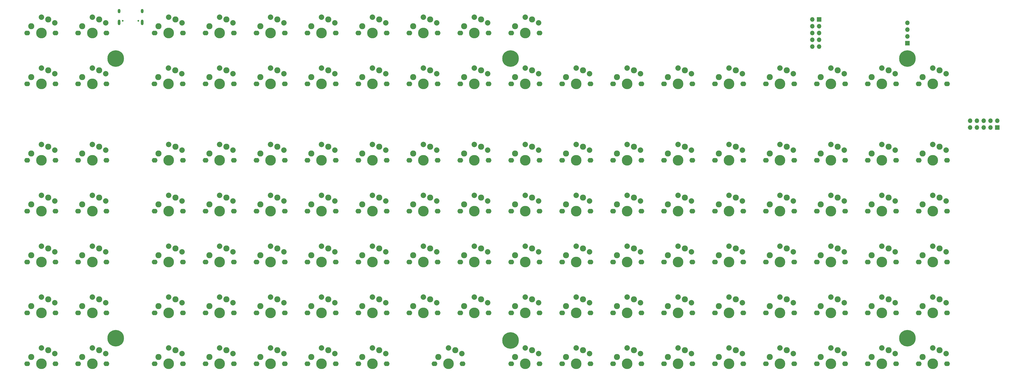
<source format=gbr>
%TF.GenerationSoftware,KiCad,Pcbnew,(6.0.0)*%
%TF.CreationDate,2022-04-29T20:19:50-04:00*%
%TF.ProjectId,TwoTailed,54776f54-6169-46c6-9564-2e6b69636164,rev?*%
%TF.SameCoordinates,Original*%
%TF.FileFunction,Soldermask,Top*%
%TF.FilePolarity,Negative*%
%FSLAX46Y46*%
G04 Gerber Fmt 4.6, Leading zero omitted, Abs format (unit mm)*
G04 Created by KiCad (PCBNEW (6.0.0)) date 2022-04-29 20:19:50*
%MOMM*%
%LPD*%
G01*
G04 APERTURE LIST*
%ADD10C,2.286000*%
%ADD11C,2.032000*%
%ADD12C,3.987800*%
%ADD13O,2.150000X1.750000*%
%ADD14C,6.200000*%
%ADD15R,1.700000X1.700000*%
%ADD16O,1.700000X1.700000*%
%ADD17O,1.000000X1.600000*%
%ADD18O,1.000000X2.100000*%
%ADD19C,0.650000*%
G04 APERTURE END LIST*
D10*
%TO.C,K22*%
X258921250Y-92710000D03*
D11*
X262731250Y-89350000D03*
D10*
X265271250Y-90170000D03*
D11*
X267731250Y-91450000D03*
D12*
X262731250Y-95250000D03*
D13*
X257448050Y-95250000D03*
X268014450Y-95250000D03*
%TD*%
D11*
%TO.C,K66*%
X62706250Y-156025000D03*
D10*
X58896250Y-159385000D03*
X65246250Y-156845000D03*
D11*
X67706250Y-158125000D03*
D13*
X57423050Y-161925000D03*
X67989450Y-161925000D03*
D12*
X62706250Y-161925000D03*
%TD*%
D10*
%TO.C,K116*%
X354171250Y-197485000D03*
D11*
X357981250Y-194125000D03*
X362981250Y-196225000D03*
D10*
X360521250Y-194945000D03*
D13*
X363264450Y-200025000D03*
D12*
X357981250Y-200025000D03*
D13*
X352698050Y-200025000D03*
%TD*%
D10*
%TO.C,K57*%
X239871250Y-140335000D03*
D11*
X243681250Y-136975000D03*
X248681250Y-139075000D03*
D10*
X246221250Y-137795000D03*
D13*
X238398050Y-142875000D03*
X248964450Y-142875000D03*
D12*
X243681250Y-142875000D03*
%TD*%
D10*
%TO.C,K87*%
X125571250Y-178435000D03*
D11*
X129381250Y-175075000D03*
X134381250Y-177175000D03*
D10*
X131921250Y-175895000D03*
D13*
X124098050Y-180975000D03*
X134664450Y-180975000D03*
D12*
X129381250Y-180975000D03*
%TD*%
D11*
%TO.C,K93*%
X243681250Y-175075000D03*
D10*
X239871250Y-178435000D03*
D11*
X248681250Y-177175000D03*
D10*
X246221250Y-175895000D03*
D13*
X248964450Y-180975000D03*
D12*
X243681250Y-180975000D03*
D13*
X238398050Y-180975000D03*
%TD*%
D11*
%TO.C,K10*%
X224631250Y-70300000D03*
D10*
X220821250Y-73660000D03*
X227171250Y-71120000D03*
D11*
X229631250Y-72400000D03*
D13*
X229914450Y-76200000D03*
X219348050Y-76200000D03*
D12*
X224631250Y-76200000D03*
%TD*%
D11*
%TO.C,K86*%
X110331250Y-175075000D03*
D10*
X106521250Y-178435000D03*
D11*
X115331250Y-177175000D03*
D10*
X112871250Y-175895000D03*
D13*
X105048050Y-180975000D03*
X115614450Y-180975000D03*
D12*
X110331250Y-180975000D03*
%TD*%
D11*
%TO.C,K13*%
X91186000Y-89350000D03*
D10*
X87376000Y-92710000D03*
D11*
X96186000Y-91450000D03*
D10*
X93726000Y-90170000D03*
D12*
X91186000Y-95250000D03*
D13*
X85902800Y-95250000D03*
X96469200Y-95250000D03*
%TD*%
D10*
%TO.C,K94*%
X258921250Y-178435000D03*
D11*
X262731250Y-175075000D03*
D10*
X265271250Y-175895000D03*
D11*
X267731250Y-177175000D03*
D13*
X268014450Y-180975000D03*
D12*
X262731250Y-180975000D03*
D13*
X257448050Y-180975000D03*
%TD*%
D11*
%TO.C,K110*%
X243681250Y-194125000D03*
D10*
X239871250Y-197485000D03*
X246221250Y-194945000D03*
D11*
X248681250Y-196225000D03*
D13*
X248964450Y-200025000D03*
D12*
X243681250Y-200025000D03*
D13*
X238398050Y-200025000D03*
%TD*%
D11*
%TO.C,K60*%
X300831250Y-136975000D03*
D10*
X297021250Y-140335000D03*
X303371250Y-137795000D03*
D11*
X305831250Y-139075000D03*
D13*
X295548050Y-142875000D03*
X306114450Y-142875000D03*
D12*
X300831250Y-142875000D03*
%TD*%
D10*
%TO.C,K65*%
X39846250Y-159385000D03*
D11*
X43656250Y-156025000D03*
D10*
X46196250Y-156845000D03*
D11*
X48656250Y-158125000D03*
D12*
X43656250Y-161925000D03*
D13*
X38373050Y-161925000D03*
X48939450Y-161925000D03*
%TD*%
D11*
%TO.C,K101*%
X43656250Y-194125000D03*
D10*
X39846250Y-197485000D03*
D11*
X48656250Y-196225000D03*
D10*
X46196250Y-194945000D03*
D13*
X38373050Y-200025000D03*
D12*
X43656250Y-200025000D03*
D13*
X48939450Y-200025000D03*
%TD*%
D10*
%TO.C,K100*%
X373221250Y-178435000D03*
D11*
X377031250Y-175075000D03*
D10*
X379571250Y-175895000D03*
D11*
X382031250Y-177175000D03*
D13*
X382314450Y-180975000D03*
X371748050Y-180975000D03*
D12*
X377031250Y-180975000D03*
%TD*%
D10*
%TO.C,K88*%
X144621250Y-178435000D03*
D11*
X148431250Y-175075000D03*
D10*
X150971250Y-175895000D03*
D11*
X153431250Y-177175000D03*
D13*
X143148050Y-180975000D03*
D12*
X148431250Y-180975000D03*
D13*
X153714450Y-180975000D03*
%TD*%
D10*
%TO.C,K1*%
X39846250Y-73660000D03*
D11*
X43656250Y-70300000D03*
D10*
X46196250Y-71120000D03*
D11*
X48656250Y-72400000D03*
D13*
X38373050Y-76200000D03*
D12*
X43656250Y-76200000D03*
D13*
X48939450Y-76200000D03*
%TD*%
D11*
%TO.C,K111*%
X262731250Y-194125000D03*
D10*
X258921250Y-197485000D03*
X265271250Y-194945000D03*
D11*
X267731250Y-196225000D03*
D13*
X268014450Y-200025000D03*
D12*
X262731250Y-200025000D03*
D13*
X257448050Y-200025000D03*
%TD*%
D10*
%TO.C,K48*%
X58896250Y-140335000D03*
D11*
X62706250Y-136975000D03*
X67706250Y-139075000D03*
D10*
X65246250Y-137795000D03*
D13*
X67989450Y-142875000D03*
D12*
X62706250Y-142875000D03*
D13*
X57423050Y-142875000D03*
%TD*%
D11*
%TO.C,K59*%
X281781250Y-136975000D03*
D10*
X277971250Y-140335000D03*
X284321250Y-137795000D03*
D11*
X286781250Y-139075000D03*
D12*
X281781250Y-142875000D03*
D13*
X276498050Y-142875000D03*
X287064450Y-142875000D03*
%TD*%
D11*
%TO.C,K79*%
X319881250Y-156025000D03*
D10*
X316071250Y-159385000D03*
D11*
X324881250Y-158125000D03*
D10*
X322421250Y-156845000D03*
D13*
X325164450Y-161925000D03*
D12*
X319881250Y-161925000D03*
D13*
X314598050Y-161925000D03*
%TD*%
D10*
%TO.C,K39*%
X239871250Y-121285000D03*
D11*
X243681250Y-117925000D03*
X248681250Y-120025000D03*
D10*
X246221250Y-118745000D03*
D13*
X238398050Y-123825000D03*
D12*
X243681250Y-123825000D03*
D13*
X248964450Y-123825000D03*
%TD*%
D10*
%TO.C,K102*%
X58896250Y-197485000D03*
D11*
X62706250Y-194125000D03*
D10*
X65246250Y-194945000D03*
D11*
X67706250Y-196225000D03*
D12*
X62706250Y-200025000D03*
D13*
X57423050Y-200025000D03*
X67989450Y-200025000D03*
%TD*%
D11*
%TO.C,K64*%
X377031250Y-136975000D03*
D10*
X373221250Y-140335000D03*
X379571250Y-137795000D03*
D11*
X382031250Y-139075000D03*
D13*
X371748050Y-142875000D03*
X382314450Y-142875000D03*
D12*
X377031250Y-142875000D03*
%TD*%
D10*
%TO.C,K56*%
X220821250Y-140335000D03*
D11*
X224631250Y-136975000D03*
X229631250Y-139075000D03*
D10*
X227171250Y-137795000D03*
D12*
X224631250Y-142875000D03*
D13*
X229914450Y-142875000D03*
X219348050Y-142875000D03*
%TD*%
D11*
%TO.C,K55*%
X205581250Y-136975000D03*
D10*
X201771250Y-140335000D03*
D11*
X210581250Y-139075000D03*
D10*
X208121250Y-137795000D03*
D12*
X205581250Y-142875000D03*
D13*
X210864450Y-142875000D03*
X200298050Y-142875000D03*
%TD*%
D10*
%TO.C,K98*%
X335121250Y-178435000D03*
D11*
X338931250Y-175075000D03*
D10*
X341471250Y-175895000D03*
D11*
X343931250Y-177175000D03*
D13*
X333648050Y-180975000D03*
X344214450Y-180975000D03*
D12*
X338931250Y-180975000D03*
%TD*%
D10*
%TO.C,K58*%
X258921250Y-140335000D03*
D11*
X262731250Y-136975000D03*
D10*
X265271250Y-137795000D03*
D11*
X267731250Y-139075000D03*
D13*
X257448050Y-142875000D03*
D12*
X262731250Y-142875000D03*
D13*
X268014450Y-142875000D03*
%TD*%
D11*
%TO.C,K95*%
X281781250Y-175075000D03*
D10*
X277971250Y-178435000D03*
D11*
X286781250Y-177175000D03*
D10*
X284321250Y-175895000D03*
D12*
X281781250Y-180975000D03*
D13*
X287064450Y-180975000D03*
X276498050Y-180975000D03*
%TD*%
D10*
%TO.C,K49*%
X87471250Y-140335000D03*
D11*
X91281250Y-136975000D03*
X96281250Y-139075000D03*
D10*
X93821250Y-137795000D03*
D13*
X96564450Y-142875000D03*
D12*
X91281250Y-142875000D03*
D13*
X85998050Y-142875000D03*
%TD*%
D11*
%TO.C,K106*%
X148431250Y-194125000D03*
D10*
X144621250Y-197485000D03*
D11*
X153431250Y-196225000D03*
D10*
X150971250Y-194945000D03*
D13*
X143148050Y-200025000D03*
D12*
X148431250Y-200025000D03*
D13*
X153714450Y-200025000D03*
%TD*%
D11*
%TO.C,K103*%
X91281250Y-194125000D03*
D10*
X87471250Y-197485000D03*
D11*
X96281250Y-196225000D03*
D10*
X93821250Y-194945000D03*
D13*
X85998050Y-200025000D03*
D12*
X91281250Y-200025000D03*
D13*
X96564450Y-200025000D03*
%TD*%
D11*
%TO.C,K90*%
X186531250Y-175075000D03*
D10*
X182721250Y-178435000D03*
D11*
X191531250Y-177175000D03*
D10*
X189071250Y-175895000D03*
D12*
X186531250Y-180975000D03*
D13*
X181248050Y-180975000D03*
X191814450Y-180975000D03*
%TD*%
D10*
%TO.C,K105*%
X125571250Y-197485000D03*
D11*
X129381250Y-194125000D03*
X134381250Y-196225000D03*
D10*
X131921250Y-194945000D03*
D13*
X134664450Y-200025000D03*
X124098050Y-200025000D03*
D12*
X129381250Y-200025000D03*
%TD*%
D10*
%TO.C,K68*%
X106521250Y-159385000D03*
D11*
X110331250Y-156025000D03*
D10*
X112871250Y-156845000D03*
D11*
X115331250Y-158125000D03*
D13*
X115614450Y-161925000D03*
D12*
X110331250Y-161925000D03*
D13*
X105048050Y-161925000D03*
%TD*%
D10*
%TO.C,K73*%
X201771250Y-159385000D03*
D11*
X205581250Y-156025000D03*
X210581250Y-158125000D03*
D10*
X208121250Y-156845000D03*
D12*
X205581250Y-161925000D03*
D13*
X210864450Y-161925000D03*
X200298050Y-161925000D03*
%TD*%
D10*
%TO.C,K45*%
X354171250Y-121285000D03*
D11*
X357981250Y-117925000D03*
D10*
X360521250Y-118745000D03*
D11*
X362981250Y-120025000D03*
D13*
X363264450Y-123825000D03*
D12*
X357981250Y-123825000D03*
D13*
X352698050Y-123825000D03*
%TD*%
D10*
%TO.C,K17*%
X163671250Y-92710000D03*
D11*
X167481250Y-89350000D03*
X172481250Y-91450000D03*
D10*
X170021250Y-90170000D03*
D13*
X172764450Y-95250000D03*
D12*
X167481250Y-95250000D03*
D13*
X162198050Y-95250000D03*
%TD*%
D11*
%TO.C,K33*%
X129381250Y-117925000D03*
D10*
X125571250Y-121285000D03*
D11*
X134381250Y-120025000D03*
D10*
X131921250Y-118745000D03*
D13*
X134664450Y-123825000D03*
X124098050Y-123825000D03*
D12*
X129381250Y-123825000D03*
%TD*%
D11*
%TO.C,K15*%
X129381250Y-89350000D03*
D10*
X125571250Y-92710000D03*
D11*
X134381250Y-91450000D03*
D10*
X131921250Y-90170000D03*
D12*
X129381250Y-95250000D03*
D13*
X134664450Y-95250000D03*
X124098050Y-95250000D03*
%TD*%
D11*
%TO.C,K91*%
X205581250Y-175075000D03*
D10*
X201771250Y-178435000D03*
X208121250Y-175895000D03*
D11*
X210581250Y-177175000D03*
D13*
X210864450Y-180975000D03*
D12*
X205581250Y-180975000D03*
D13*
X200298050Y-180975000D03*
%TD*%
D11*
%TO.C,K74*%
X224631250Y-156025000D03*
D10*
X220821250Y-159385000D03*
D11*
X229631250Y-158125000D03*
D10*
X227171250Y-156845000D03*
D12*
X224631250Y-161925000D03*
D13*
X229914450Y-161925000D03*
X219348050Y-161925000D03*
%TD*%
D10*
%TO.C,K21*%
X239871250Y-92710000D03*
D11*
X243681250Y-89350000D03*
X248681250Y-91450000D03*
D10*
X246221250Y-90170000D03*
D13*
X238398050Y-95250000D03*
X248964450Y-95250000D03*
D12*
X243681250Y-95250000D03*
%TD*%
D10*
%TO.C,K117*%
X373221250Y-197485000D03*
D11*
X377031250Y-194125000D03*
X382031250Y-196225000D03*
D10*
X379571250Y-194945000D03*
D12*
X377031250Y-200025000D03*
D13*
X371748050Y-200025000D03*
X382314450Y-200025000D03*
%TD*%
D10*
%TO.C,K8*%
X182721250Y-73660000D03*
D11*
X186531250Y-70300000D03*
X191531250Y-72400000D03*
D10*
X189071250Y-71120000D03*
D12*
X186531250Y-76200000D03*
D13*
X191814450Y-76200000D03*
X181248050Y-76200000D03*
%TD*%
D10*
%TO.C,K80*%
X335121250Y-159385000D03*
D11*
X338931250Y-156025000D03*
D10*
X341471250Y-156845000D03*
D11*
X343931250Y-158125000D03*
D13*
X344214450Y-161925000D03*
D12*
X338931250Y-161925000D03*
D13*
X333648050Y-161925000D03*
%TD*%
D10*
%TO.C,K16*%
X144621250Y-92710000D03*
D11*
X148431250Y-89350000D03*
X153431250Y-91450000D03*
D10*
X150971250Y-90170000D03*
D13*
X143148050Y-95250000D03*
D12*
X148431250Y-95250000D03*
D13*
X153714450Y-95250000D03*
%TD*%
D10*
%TO.C,K2*%
X58896250Y-73660000D03*
D11*
X62706250Y-70300000D03*
D10*
X65246250Y-71120000D03*
D11*
X67706250Y-72400000D03*
D13*
X57423050Y-76200000D03*
X67989450Y-76200000D03*
D12*
X62706250Y-76200000D03*
%TD*%
D10*
%TO.C,K40*%
X258921250Y-121285000D03*
D11*
X262731250Y-117925000D03*
X267731250Y-120025000D03*
D10*
X265271250Y-118745000D03*
D13*
X257448050Y-123825000D03*
X268014450Y-123825000D03*
D12*
X262731250Y-123825000D03*
%TD*%
D10*
%TO.C,K76*%
X258921250Y-159385000D03*
D11*
X262731250Y-156025000D03*
D10*
X265271250Y-156845000D03*
D11*
X267731250Y-158125000D03*
D12*
X262731250Y-161925000D03*
D13*
X257448050Y-161925000D03*
X268014450Y-161925000D03*
%TD*%
D10*
%TO.C,K104*%
X106521250Y-197485000D03*
D11*
X110331250Y-194125000D03*
D10*
X112871250Y-194945000D03*
D11*
X115331250Y-196225000D03*
D13*
X105048050Y-200025000D03*
X115614450Y-200025000D03*
D12*
X110331250Y-200025000D03*
%TD*%
D10*
%TO.C,K114*%
X316071250Y-197485000D03*
D11*
X319881250Y-194125000D03*
D10*
X322421250Y-194945000D03*
D11*
X324881250Y-196225000D03*
D13*
X325164450Y-200025000D03*
X314598050Y-200025000D03*
D12*
X319881250Y-200025000D03*
%TD*%
D11*
%TO.C,K42*%
X300831250Y-117925000D03*
D10*
X297021250Y-121285000D03*
D11*
X305831250Y-120025000D03*
D10*
X303371250Y-118745000D03*
D13*
X295548050Y-123825000D03*
X306114450Y-123825000D03*
D12*
X300831250Y-123825000D03*
%TD*%
D11*
%TO.C,K63*%
X357981250Y-136975000D03*
D10*
X354171250Y-140335000D03*
D11*
X362981250Y-139075000D03*
D10*
X360521250Y-137795000D03*
D13*
X363264450Y-142875000D03*
X352698050Y-142875000D03*
D12*
X357981250Y-142875000D03*
%TD*%
D11*
%TO.C,K32*%
X110331250Y-117925000D03*
D10*
X106521250Y-121285000D03*
D11*
X115331250Y-120025000D03*
D10*
X112871250Y-118745000D03*
D13*
X115614450Y-123825000D03*
X105048050Y-123825000D03*
D12*
X110331250Y-123825000D03*
%TD*%
D11*
%TO.C,K61*%
X319881250Y-136975000D03*
D10*
X316071250Y-140335000D03*
D11*
X324881250Y-139075000D03*
D10*
X322421250Y-137795000D03*
D12*
X319881250Y-142875000D03*
D13*
X314598050Y-142875000D03*
X325164450Y-142875000D03*
%TD*%
D10*
%TO.C,K72*%
X182721250Y-159385000D03*
D11*
X186531250Y-156025000D03*
D10*
X189071250Y-156845000D03*
D11*
X191531250Y-158125000D03*
D12*
X186531250Y-161925000D03*
D13*
X181248050Y-161925000D03*
X191814450Y-161925000D03*
%TD*%
D11*
%TO.C,K75*%
X243681250Y-156025000D03*
D10*
X239871250Y-159385000D03*
D11*
X248681250Y-158125000D03*
D10*
X246221250Y-156845000D03*
D13*
X238398050Y-161925000D03*
D12*
X243681250Y-161925000D03*
D13*
X248964450Y-161925000D03*
%TD*%
D10*
%TO.C,K107*%
X163671250Y-197485000D03*
D11*
X167481250Y-194125000D03*
D10*
X170021250Y-194945000D03*
D11*
X172481250Y-196225000D03*
D12*
X167481250Y-200025000D03*
D13*
X162198050Y-200025000D03*
X172764450Y-200025000D03*
%TD*%
D10*
%TO.C,K38*%
X220821250Y-121285000D03*
D11*
X224631250Y-117925000D03*
D10*
X227171250Y-118745000D03*
D11*
X229631250Y-120025000D03*
D12*
X224631250Y-123825000D03*
D13*
X229914450Y-123825000D03*
X219348050Y-123825000D03*
%TD*%
D11*
%TO.C,K77*%
X281781250Y-156025000D03*
D10*
X277971250Y-159385000D03*
X284321250Y-156845000D03*
D11*
X286781250Y-158125000D03*
D13*
X287064450Y-161925000D03*
X276498050Y-161925000D03*
D12*
X281781250Y-161925000D03*
%TD*%
D10*
%TO.C,K51*%
X125571250Y-140335000D03*
D11*
X129381250Y-136975000D03*
D10*
X131921250Y-137795000D03*
D11*
X134381250Y-139075000D03*
D12*
X129381250Y-142875000D03*
D13*
X124098050Y-142875000D03*
X134664450Y-142875000D03*
%TD*%
D11*
%TO.C,K30*%
X62706250Y-117925000D03*
D10*
X58896250Y-121285000D03*
X65246250Y-118745000D03*
D11*
X67706250Y-120025000D03*
D13*
X67989450Y-123825000D03*
X57423050Y-123825000D03*
D12*
X62706250Y-123825000D03*
%TD*%
D11*
%TO.C,K70*%
X148431250Y-156025000D03*
D10*
X144621250Y-159385000D03*
D11*
X153431250Y-158125000D03*
D10*
X150971250Y-156845000D03*
D12*
X148431250Y-161925000D03*
D13*
X143148050Y-161925000D03*
X153714450Y-161925000D03*
%TD*%
D11*
%TO.C,K7*%
X167481250Y-70300000D03*
D10*
X163671250Y-73660000D03*
D11*
X172481250Y-72400000D03*
D10*
X170021250Y-71120000D03*
D13*
X162198050Y-76200000D03*
X172764450Y-76200000D03*
D12*
X167481250Y-76200000D03*
%TD*%
D10*
%TO.C,K78*%
X297021250Y-159385000D03*
D11*
X300831250Y-156025000D03*
X305831250Y-158125000D03*
D10*
X303371250Y-156845000D03*
D12*
X300831250Y-161925000D03*
D13*
X295548050Y-161925000D03*
X306114450Y-161925000D03*
%TD*%
D10*
%TO.C,K85*%
X87471250Y-178435000D03*
D11*
X91281250Y-175075000D03*
D10*
X93821250Y-175895000D03*
D11*
X96281250Y-177175000D03*
D13*
X85998050Y-180975000D03*
D12*
X91281250Y-180975000D03*
D13*
X96564450Y-180975000D03*
%TD*%
D10*
%TO.C,K14*%
X106521250Y-92710000D03*
D11*
X110331250Y-89350000D03*
D10*
X112871250Y-90170000D03*
D11*
X115331250Y-91450000D03*
D13*
X115614450Y-95250000D03*
D12*
X110331250Y-95250000D03*
D13*
X105048050Y-95250000D03*
%TD*%
D11*
%TO.C,K11*%
X43656250Y-89350000D03*
D10*
X39846250Y-92710000D03*
D11*
X48656250Y-91450000D03*
D10*
X46196250Y-90170000D03*
D13*
X38373050Y-95250000D03*
D12*
X43656250Y-95250000D03*
D13*
X48939450Y-95250000D03*
%TD*%
D11*
%TO.C,K28*%
X377031250Y-89350000D03*
D10*
X373221250Y-92710000D03*
D11*
X382031250Y-91450000D03*
D10*
X379571250Y-90170000D03*
D13*
X382314450Y-95250000D03*
X371748050Y-95250000D03*
D12*
X377031250Y-95250000D03*
%TD*%
D11*
%TO.C,K92*%
X224631250Y-175075000D03*
D10*
X220821250Y-178435000D03*
X227171250Y-175895000D03*
D11*
X229631250Y-177175000D03*
D13*
X219348050Y-180975000D03*
D12*
X224631250Y-180975000D03*
D13*
X229914450Y-180975000D03*
%TD*%
D10*
%TO.C,K52*%
X144621250Y-140335000D03*
D11*
X148431250Y-136975000D03*
D10*
X150971250Y-137795000D03*
D11*
X153431250Y-139075000D03*
D12*
X148431250Y-142875000D03*
D13*
X153714450Y-142875000D03*
X143148050Y-142875000D03*
%TD*%
D10*
%TO.C,K89*%
X163671250Y-178435000D03*
D11*
X167481250Y-175075000D03*
D10*
X170021250Y-175895000D03*
D11*
X172481250Y-177175000D03*
D12*
X167481250Y-180975000D03*
D13*
X172764450Y-180975000D03*
X162198050Y-180975000D03*
%TD*%
D11*
%TO.C,K108*%
X195897500Y-194125000D03*
D10*
X192087500Y-197485000D03*
D11*
X200897500Y-196225000D03*
D10*
X198437500Y-194945000D03*
D12*
X195897500Y-200025000D03*
D13*
X201180700Y-200025000D03*
X190614300Y-200025000D03*
%TD*%
D10*
%TO.C,K81*%
X354171250Y-159385000D03*
D11*
X357981250Y-156025000D03*
X362981250Y-158125000D03*
D10*
X360521250Y-156845000D03*
D13*
X363264450Y-161925000D03*
X352698050Y-161925000D03*
D12*
X357981250Y-161925000D03*
%TD*%
D11*
%TO.C,K27*%
X357981250Y-89350000D03*
D10*
X354171250Y-92710000D03*
D11*
X362981250Y-91450000D03*
D10*
X360521250Y-90170000D03*
D13*
X352698050Y-95250000D03*
X363264450Y-95250000D03*
D12*
X357981250Y-95250000D03*
%TD*%
D11*
%TO.C,K25*%
X319881250Y-89350000D03*
D10*
X316071250Y-92710000D03*
X322421250Y-90170000D03*
D11*
X324881250Y-91450000D03*
D13*
X314598050Y-95250000D03*
D12*
X319881250Y-95250000D03*
D13*
X325164450Y-95250000D03*
%TD*%
D10*
%TO.C,K112*%
X277971550Y-197485000D03*
D11*
X281781550Y-194125000D03*
D10*
X284321550Y-194945000D03*
D11*
X286781550Y-196225000D03*
D13*
X276498350Y-200025000D03*
D12*
X281781550Y-200025000D03*
D13*
X287064750Y-200025000D03*
%TD*%
D11*
%TO.C,K47*%
X43656250Y-136975000D03*
D10*
X39846250Y-140335000D03*
X46196250Y-137795000D03*
D11*
X48656250Y-139075000D03*
D13*
X38373050Y-142875000D03*
D12*
X43656250Y-142875000D03*
D13*
X48939450Y-142875000D03*
%TD*%
D10*
%TO.C,K83*%
X39846250Y-178435000D03*
D11*
X43656250Y-175075000D03*
D10*
X46196250Y-175895000D03*
D11*
X48656250Y-177175000D03*
D12*
X43656250Y-180975000D03*
D13*
X48939450Y-180975000D03*
X38373050Y-180975000D03*
%TD*%
D11*
%TO.C,K99*%
X357981250Y-175075000D03*
D10*
X354171250Y-178435000D03*
D11*
X362981250Y-177175000D03*
D10*
X360521250Y-175895000D03*
D13*
X363264450Y-180975000D03*
X352698050Y-180975000D03*
D12*
X357981250Y-180975000D03*
%TD*%
D10*
%TO.C,K37*%
X201771250Y-121285000D03*
D11*
X205581250Y-117925000D03*
X210581250Y-120025000D03*
D10*
X208121250Y-118745000D03*
D13*
X200298050Y-123825000D03*
X210864450Y-123825000D03*
D12*
X205581250Y-123825000D03*
%TD*%
D10*
%TO.C,K29*%
X39846250Y-121285000D03*
D11*
X43656250Y-117925000D03*
D10*
X46196250Y-118745000D03*
D11*
X48656250Y-120025000D03*
D12*
X43656250Y-123825000D03*
D13*
X48939450Y-123825000D03*
X38373050Y-123825000D03*
%TD*%
D11*
%TO.C,K20*%
X224631250Y-89350000D03*
D10*
X220821250Y-92710000D03*
X227171250Y-90170000D03*
D11*
X229631250Y-91450000D03*
D13*
X229914450Y-95250000D03*
D12*
X224631250Y-95250000D03*
D13*
X219348050Y-95250000D03*
%TD*%
D10*
%TO.C,K62*%
X335121250Y-140335000D03*
D11*
X338931250Y-136975000D03*
D10*
X341471250Y-137795000D03*
D11*
X343931250Y-139075000D03*
D13*
X344214450Y-142875000D03*
X333648050Y-142875000D03*
D12*
X338931250Y-142875000D03*
%TD*%
D11*
%TO.C,K96*%
X300831250Y-175075000D03*
D10*
X297021250Y-178435000D03*
X303371250Y-175895000D03*
D11*
X305831250Y-177175000D03*
D13*
X306114450Y-180975000D03*
D12*
X300831250Y-180975000D03*
D13*
X295548050Y-180975000D03*
%TD*%
D11*
%TO.C,K34*%
X148431250Y-117925000D03*
D10*
X144621250Y-121285000D03*
X150971250Y-118745000D03*
D11*
X153431250Y-120025000D03*
D13*
X143148050Y-123825000D03*
D12*
X148431250Y-123825000D03*
D13*
X153714450Y-123825000D03*
%TD*%
D11*
%TO.C,K41*%
X281781250Y-117925000D03*
D10*
X277971250Y-121285000D03*
X284321250Y-118745000D03*
D11*
X286781250Y-120025000D03*
D13*
X287064450Y-123825000D03*
X276498050Y-123825000D03*
D12*
X281781250Y-123825000D03*
%TD*%
D10*
%TO.C,K3*%
X87471250Y-73660000D03*
D11*
X91281250Y-70300000D03*
D10*
X93821250Y-71120000D03*
D11*
X96281250Y-72400000D03*
D12*
X91281250Y-76200000D03*
D13*
X96564450Y-76200000D03*
X85998050Y-76200000D03*
%TD*%
D11*
%TO.C,K12*%
X62706250Y-89350000D03*
D10*
X58896250Y-92710000D03*
X65246250Y-90170000D03*
D11*
X67706250Y-91450000D03*
D13*
X67989450Y-95250000D03*
D12*
X62706250Y-95250000D03*
D13*
X57423050Y-95250000D03*
%TD*%
D10*
%TO.C,K36*%
X182721250Y-121285000D03*
D11*
X186531250Y-117925000D03*
X191531250Y-120025000D03*
D10*
X189071250Y-118745000D03*
D13*
X181248050Y-123825000D03*
X191814450Y-123825000D03*
D12*
X186531250Y-123825000D03*
%TD*%
D10*
%TO.C,K19*%
X201771250Y-92710000D03*
D11*
X205581250Y-89350000D03*
D10*
X208121250Y-90170000D03*
D11*
X210581250Y-91450000D03*
D12*
X205581250Y-95250000D03*
D13*
X200298050Y-95250000D03*
X210864450Y-95250000D03*
%TD*%
D11*
%TO.C,K53*%
X167481250Y-136975000D03*
D10*
X163671250Y-140335000D03*
X170021250Y-137795000D03*
D11*
X172481250Y-139075000D03*
D13*
X162198050Y-142875000D03*
X172764450Y-142875000D03*
D12*
X167481250Y-142875000D03*
%TD*%
D10*
%TO.C,K115*%
X335121250Y-197485000D03*
D11*
X338931250Y-194125000D03*
X343931250Y-196225000D03*
D10*
X341471250Y-194945000D03*
D12*
X338931250Y-200025000D03*
D13*
X333648050Y-200025000D03*
X344214450Y-200025000D03*
%TD*%
D10*
%TO.C,K109*%
X220821250Y-197485000D03*
D11*
X224631250Y-194125000D03*
X229631250Y-196225000D03*
D10*
X227171250Y-194945000D03*
D12*
X224631250Y-200025000D03*
D13*
X219348050Y-200025000D03*
X229914450Y-200025000D03*
%TD*%
D11*
%TO.C,K50*%
X110331250Y-136975000D03*
D10*
X106521250Y-140335000D03*
X112871250Y-137795000D03*
D11*
X115331250Y-139075000D03*
D13*
X115614450Y-142875000D03*
D12*
X110331250Y-142875000D03*
D13*
X105048050Y-142875000D03*
%TD*%
D11*
%TO.C,K67*%
X91281250Y-156025000D03*
D10*
X87471250Y-159385000D03*
X93821250Y-156845000D03*
D11*
X96281250Y-158125000D03*
D13*
X96564450Y-161925000D03*
X85998050Y-161925000D03*
D12*
X91281250Y-161925000D03*
%TD*%
D10*
%TO.C,K82*%
X373221250Y-159385000D03*
D11*
X377031250Y-156025000D03*
D10*
X379571250Y-156845000D03*
D11*
X382031250Y-158125000D03*
D13*
X382314450Y-161925000D03*
X371748050Y-161925000D03*
D12*
X377031250Y-161925000D03*
%TD*%
D11*
%TO.C,K31*%
X91281250Y-117925000D03*
D10*
X87471250Y-121285000D03*
X93821250Y-118745000D03*
D11*
X96281250Y-120025000D03*
D13*
X85998050Y-123825000D03*
D12*
X91281250Y-123825000D03*
D13*
X96564450Y-123825000D03*
%TD*%
D11*
%TO.C,K6*%
X148431250Y-70300000D03*
D10*
X144621250Y-73660000D03*
D11*
X153431250Y-72400000D03*
D10*
X150971250Y-71120000D03*
D13*
X143148050Y-76200000D03*
D12*
X148431250Y-76200000D03*
D13*
X153714450Y-76200000D03*
%TD*%
D10*
%TO.C,K54*%
X182721250Y-140335000D03*
D11*
X186531250Y-136975000D03*
D10*
X189071250Y-137795000D03*
D11*
X191531250Y-139075000D03*
D13*
X191814450Y-142875000D03*
X181248050Y-142875000D03*
D12*
X186531250Y-142875000D03*
%TD*%
D10*
%TO.C,K71*%
X163671250Y-159385000D03*
D11*
X167481250Y-156025000D03*
X172481250Y-158125000D03*
D10*
X170021250Y-156845000D03*
D13*
X172764450Y-161925000D03*
D12*
X167481250Y-161925000D03*
D13*
X162198050Y-161925000D03*
%TD*%
D11*
%TO.C,K24*%
X300831250Y-89350000D03*
D10*
X297021250Y-92710000D03*
X303371250Y-90170000D03*
D11*
X305831250Y-91450000D03*
D13*
X306114450Y-95250000D03*
X295548050Y-95250000D03*
D12*
X300831250Y-95250000D03*
%TD*%
D10*
%TO.C,K23*%
X277971250Y-92710000D03*
D11*
X281781250Y-89350000D03*
X286781250Y-91450000D03*
D10*
X284321250Y-90170000D03*
D13*
X287064450Y-95250000D03*
D12*
X281781250Y-95250000D03*
D13*
X276498050Y-95250000D03*
%TD*%
D11*
%TO.C,K43*%
X319881250Y-117925000D03*
D10*
X316071250Y-121285000D03*
X322421250Y-118745000D03*
D11*
X324881250Y-120025000D03*
D13*
X314598050Y-123825000D03*
D12*
X319881250Y-123825000D03*
D13*
X325164450Y-123825000D03*
%TD*%
D10*
%TO.C,K69*%
X125571250Y-159385000D03*
D11*
X129381250Y-156025000D03*
X134381250Y-158125000D03*
D10*
X131921250Y-156845000D03*
D13*
X134664450Y-161925000D03*
X124098050Y-161925000D03*
D12*
X129381250Y-161925000D03*
%TD*%
D10*
%TO.C,K5*%
X125571250Y-73660000D03*
D11*
X129381250Y-70300000D03*
D10*
X131921250Y-71120000D03*
D11*
X134381250Y-72400000D03*
D13*
X134664450Y-76200000D03*
D12*
X129381250Y-76200000D03*
D13*
X124098050Y-76200000D03*
%TD*%
D11*
%TO.C,K46*%
X377031250Y-117925000D03*
D10*
X373221250Y-121285000D03*
D11*
X382031250Y-120025000D03*
D10*
X379571250Y-118745000D03*
D12*
X377031250Y-123825000D03*
D13*
X371748050Y-123825000D03*
X382314450Y-123825000D03*
%TD*%
D11*
%TO.C,K97*%
X319881250Y-175075000D03*
D10*
X316071250Y-178435000D03*
D11*
X324881250Y-177175000D03*
D10*
X322421250Y-175895000D03*
D12*
X319881250Y-180975000D03*
D13*
X325164450Y-180975000D03*
X314598050Y-180975000D03*
%TD*%
D11*
%TO.C,K84*%
X62706250Y-175075000D03*
D10*
X58896250Y-178435000D03*
X65246250Y-175895000D03*
D11*
X67706250Y-177175000D03*
D12*
X62706250Y-180975000D03*
D13*
X67989450Y-180975000D03*
X57423050Y-180975000D03*
%TD*%
D10*
%TO.C,K18*%
X182721250Y-92710000D03*
D11*
X186531250Y-89350000D03*
X191531250Y-91450000D03*
D10*
X189071250Y-90170000D03*
D12*
X186531250Y-95250000D03*
D13*
X181248050Y-95250000D03*
X191814450Y-95250000D03*
%TD*%
D11*
%TO.C,K4*%
X110331250Y-70300000D03*
D10*
X106521250Y-73660000D03*
X112871250Y-71120000D03*
D11*
X115331250Y-72400000D03*
D12*
X110331250Y-76200000D03*
D13*
X105048050Y-76200000D03*
X115614450Y-76200000D03*
%TD*%
D10*
%TO.C,K9*%
X201771250Y-73660000D03*
D11*
X205581250Y-70300000D03*
X210581250Y-72400000D03*
D10*
X208121250Y-71120000D03*
D12*
X205581250Y-76200000D03*
D13*
X210864450Y-76200000D03*
X200298050Y-76200000D03*
%TD*%
D10*
%TO.C,K35*%
X163671250Y-121285000D03*
D11*
X167481250Y-117925000D03*
X172481250Y-120025000D03*
D10*
X170021250Y-118745000D03*
D13*
X162198050Y-123825000D03*
D12*
X167481250Y-123825000D03*
D13*
X172764450Y-123825000D03*
%TD*%
D11*
%TO.C,K26*%
X338931250Y-89350000D03*
D10*
X335121250Y-92710000D03*
D11*
X343931250Y-91450000D03*
D10*
X341471250Y-90170000D03*
D13*
X333648050Y-95250000D03*
X344214450Y-95250000D03*
D12*
X338931250Y-95250000D03*
%TD*%
D11*
%TO.C,K113*%
X300831250Y-194125000D03*
D10*
X297021250Y-197485000D03*
D11*
X305831250Y-196225000D03*
D10*
X303371250Y-194945000D03*
D12*
X300831250Y-200025000D03*
D13*
X295548050Y-200025000D03*
X306114450Y-200025000D03*
%TD*%
D11*
%TO.C,K44*%
X338931250Y-117925000D03*
D10*
X335121250Y-121285000D03*
D11*
X343931250Y-120025000D03*
D10*
X341471250Y-118745000D03*
D12*
X338931250Y-123825000D03*
D13*
X333648050Y-123825000D03*
X344214450Y-123825000D03*
%TD*%
D14*
%TO.C,H2*%
X219075000Y-85725000D03*
%TD*%
%TO.C,H6*%
X367506250Y-190500000D03*
%TD*%
D15*
%TO.C,J2*%
X367506250Y-79995200D03*
D16*
X367506250Y-77455200D03*
X367506250Y-74915200D03*
X367506250Y-72375200D03*
%TD*%
D14*
%TO.C,H5*%
X219075000Y-191293750D03*
%TD*%
D15*
%TO.C,JT2*%
X401156250Y-111575000D03*
D16*
X401156250Y-109035000D03*
X398616250Y-111575000D03*
X398616250Y-109035000D03*
X396076250Y-111575000D03*
X396076250Y-109035000D03*
X393536250Y-111575000D03*
X393536250Y-109035000D03*
X390996250Y-111575000D03*
X390996250Y-109035000D03*
%TD*%
D17*
%TO.C,J1*%
X81313750Y-68006250D03*
D18*
X81313750Y-72186250D03*
D17*
X72673750Y-68006250D03*
D18*
X72673750Y-72186250D03*
D19*
X74103750Y-71656250D03*
X79883750Y-71656250D03*
%TD*%
D15*
%TO.C,JT1*%
X334475000Y-71125000D03*
D16*
X331935000Y-71125000D03*
X334475000Y-73665000D03*
X331935000Y-73665000D03*
X334475000Y-76205000D03*
X331935000Y-76205000D03*
X334475000Y-78745000D03*
X331935000Y-78745000D03*
X334475000Y-81285000D03*
X331935000Y-81285000D03*
%TD*%
D14*
%TO.C,H1*%
X71437500Y-85725000D03*
%TD*%
%TO.C,H4*%
X71437500Y-190500000D03*
%TD*%
%TO.C,H3*%
X367506250Y-85725000D03*
%TD*%
M02*

</source>
